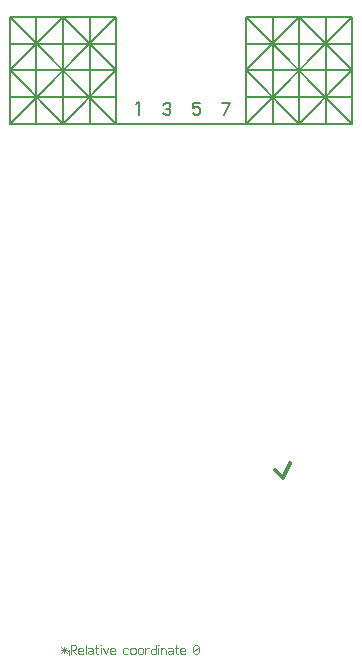
<source format=gto>
G04*
G04  File:            CL_INTERFACE_8PIN_ADAPTER_(PCAD2006).GTO, Thu Oct 24 18:45:35 2019*
G04  Source:          P-CAD 2006 PCB, Version 19.02.958, (D:\retrocomputing\CL-interface\git\usb-current-loop-converter\pcb\cl_interface_8pin_adapter_(pcad2006).pcb)*
G04  Format:          Gerber Format (RS-274-D), ASCII*
G04*
G04  Format Options:  Absolute Positioning*
G04                   Leading-Zero Suppression*
G04                   Scale Factor 1:1*
G04                   NO Circular Interpolation*
G04                   Millimeter Units*
G04                   Numeric Format: 5.3 (XXXXX.XXX)*
G04                   G54 NOT Used for Aperture Change*
G04                   Apertures Embedded*
G04*
G04  File Options:    Offset = (0.000mm,0.000mm)*
G04                   Drill Symbol Size = 2.032mm*
G04                   No Pad/Via Holes*
G04*
G04  File Contents:   No Pads*
G04                   No Vias*
G04                   No Designators*
G04                   No Types*
G04                   No Values*
G04                   No Drill Symbols*
G04                   Top Silk*
G04*
%INCL_INTERFACE_8PIN_ADAPTER_(PCAD2006).GTO*%
%ICAS*%
%MOMM*%
G04*
G04  Aperture MACROs for general use --- invoked via D-code assignment *
G04*
G04  General MACRO for flashed round with rotation and/or offset hole *
%AMROTOFFROUND*
1,1,$1,0.0000,0.0000*
1,0,$2,$3,$4*%
G04*
G04  General MACRO for flashed oval (obround) with rotation and/or offset hole *
%AMROTOFFOVAL*
21,1,$1,$2,0.0000,0.0000,$3*
1,1,$4,$5,$6*
1,1,$4,0-$5,0-$6*
1,0,$7,$8,$9*%
G04*
G04  General MACRO for flashed oval (obround) with rotation and no hole *
%AMROTOVALNOHOLE*
21,1,$1,$2,0.0000,0.0000,$3*
1,1,$4,$5,$6*
1,1,$4,0-$5,0-$6*%
G04*
G04  General MACRO for flashed rectangle with rotation and/or offset hole *
%AMROTOFFRECT*
21,1,$1,$2,0.0000,0.0000,$3*
1,0,$4,$5,$6*%
G04*
G04  General MACRO for flashed rectangle with rotation and no hole *
%AMROTRECTNOHOLE*
21,1,$1,$2,0.0000,0.0000,$3*%
G04*
G04  General MACRO for flashed rounded-rectangle *
%AMROUNDRECT*
21,1,$1,$2-$4,0.0000,0.0000,$3*
21,1,$1-$4,$2,0.0000,0.0000,$3*
1,1,$4,$5,$6*
1,1,$4,$7,$8*
1,1,$4,0-$5,0-$6*
1,1,$4,0-$7,0-$8*
1,0,$9,$10,$11*%
G04*
G04  General MACRO for flashed rounded-rectangle with rotation and no hole *
%AMROUNDRECTNOHOLE*
21,1,$1,$2-$4,0.0000,0.0000,$3*
21,1,$1-$4,$2,0.0000,0.0000,$3*
1,1,$4,$5,$6*
1,1,$4,$7,$8*
1,1,$4,0-$5,0-$6*
1,1,$4,0-$7,0-$8*%
G04*
G04  General MACRO for flashed regular polygon *
%AMREGPOLY*
5,1,$1,0.0000,0.0000,$2,$3+$4*
1,0,$5,$6,$7*%
G04*
G04  General MACRO for flashed regular polygon with no hole *
%AMREGPOLYNOHOLE*
5,1,$1,0.0000,0.0000,$2,$3+$4*%
G04*
G04  General MACRO for target *
%AMTARGET*
6,0,0,$1,$2,$3,4,$4,$5,$6*%
G04*
G04  General MACRO for mounting hole *
%AMMTHOLE*
1,1,$1,0,0*
1,0,$2,0,0*
$1=$1-$2*
$1=$1/2*
21,1,$2+$1,$3,0,0,$4*
21,1,$3,$2+$1,0,0,$4*%
G04*
G04*
G04  D10 : "Ellipse X0.254mm Y0.254mm H0.000mm 0.0deg (0.000mm,0.000mm) Draw"*
G04  Disc: OuterDia=0.2540*
%ADD10C, 0.2540*%
G04  D11 : "Ellipse X0.300mm Y0.300mm H0.000mm 0.0deg (0.000mm,0.000mm) Draw"*
G04  Disc: OuterDia=0.3000*
%ADD11C, 0.3000*%
G04  D12 : "Ellipse X0.400mm Y0.400mm H0.000mm 0.0deg (0.000mm,0.000mm) Draw"*
G04  Disc: OuterDia=0.4000*
%ADD12C, 0.4000*%
G04  D13 : "Ellipse X0.500mm Y0.500mm H0.000mm 0.0deg (0.000mm,0.000mm) Draw"*
G04  Disc: OuterDia=0.5000*
%ADD13C, 0.5000*%
G04  D14 : "Ellipse X0.050mm Y0.050mm H0.000mm 0.0deg (0.000mm,0.000mm) Draw"*
G04  Disc: OuterDia=0.0500*
%ADD14C, 0.0500*%
G04  D15 : "Ellipse X0.100mm Y0.100mm H0.000mm 0.0deg (0.000mm,0.000mm) Draw"*
G04  Disc: OuterDia=0.1000*
%ADD15C, 0.1000*%
G04  D16 : "Ellipse X0.800mm Y0.800mm H0.000mm 0.0deg (0.000mm,0.000mm) Draw"*
G04  Disc: OuterDia=0.8000*
%ADD16C, 0.8000*%
G04  D17 : "Ellipse X1.000mm Y1.000mm H0.000mm 0.0deg (0.000mm,0.000mm) Draw"*
G04  Disc: OuterDia=1.0000*
%ADD17C, 1.0000*%
G04  D18 : "Ellipse X0.130mm Y0.130mm H0.000mm 0.0deg (0.000mm,0.000mm) Draw"*
G04  Disc: OuterDia=0.1300*
%ADD18C, 0.1300*%
G04  D19 : "Ellipse X0.167mm Y0.167mm H0.000mm 0.0deg (0.000mm,0.000mm) Draw"*
G04  Disc: OuterDia=0.1670*
%ADD19C, 0.1670*%
G04  D20 : "Ellipse X0.170mm Y0.170mm H0.000mm 0.0deg (0.000mm,0.000mm) Draw"*
G04  Disc: OuterDia=0.1700*
%ADD20C, 0.1700*%
G04  D21 : "Ellipse X0.200mm Y0.200mm H0.000mm 0.0deg (0.000mm,0.000mm) Draw"*
G04  Disc: OuterDia=0.2000*
%ADD21C, 0.2000*%
G04  D22 : "Ellipse X0.250mm Y0.250mm H0.000mm 0.0deg (0.000mm,0.000mm) Draw"*
G04  Disc: OuterDia=0.2500*
%ADD22C, 0.2500*%
G04  D23 : "Ellipse X2.881mm Y2.881mm H0.000mm 0.0deg (0.000mm,0.000mm) Flash"*
G04  Disc: OuterDia=2.8810*
%ADD23C, 2.8810*%
G04  D24 : "Ellipse X0.800mm Y0.800mm H0.000mm 0.0deg (0.000mm,0.000mm) Flash"*
G04  Disc: OuterDia=0.8000*
%ADD24C, 0.8000*%
G04  D25 : "Ellipse X1.000mm Y1.000mm H0.000mm 0.0deg (0.000mm,0.000mm) Flash"*
G04  Disc: OuterDia=1.0000*
%ADD25C, 1.0000*%
G04  D26 : "Ellipse X1.500mm Y1.500mm H0.000mm 0.0deg (0.000mm,0.000mm) Flash"*
G04  Disc: OuterDia=1.5000*
%ADD26C, 1.5000*%
G04  D27 : "Ellipse X1.800mm Y1.800mm H0.000mm 0.0deg (0.000mm,0.000mm) Flash"*
G04  Disc: OuterDia=1.8000*
%ADD27C, 1.8000*%
G04  D28 : "Ellipse X1.881mm Y1.881mm H0.000mm 0.0deg (0.000mm,0.000mm) Flash"*
G04  Disc: OuterDia=1.8810*
%ADD28C, 1.8810*%
G04  D29 : "Ellipse X2.181mm Y2.181mm H0.000mm 0.0deg (0.000mm,0.000mm) Flash"*
G04  Disc: OuterDia=2.1810*
%ADD29C, 2.1810*%
G04  D30 : "Mounting Hole X2.500mm Y2.500mm H0.000mm 0.0deg (0.000mm,0.000mm) Flash"*
G04  Mounting Hole: Diameter=2.5000, Rotation=0.0, LineWidth=0.1270 *
%ADD30MTHOLE, 2.5000 X1.9920 X0.1270 X0.0*%
G04  D31 : "Rounded Rectangle X1.500mm Y8.500mm H0.000mm 0.0deg (0.000mm,0.000mm) Flash"*
G04  RoundRct: DimX=1.5000, DimY=8.5000, CornerRad=0.3750, Rotation=0.0, OffsetX=0.0000, OffsetY=0.0000, HoleDia=0.0000 *
%ADD31ROUNDRECTNOHOLE, 1.5000 X8.5000 X0.0 X0.7500 X-0.3750 X-3.8750 X-0.3750 X3.8750*%
G04  D32 : "Rounded Rectangle X1.881mm Y8.881mm H0.000mm 0.0deg (0.000mm,0.000mm) Flash"*
G04  RoundRct: DimX=1.8810, DimY=8.8810, CornerRad=0.4703, Rotation=0.0, OffsetX=0.0000, OffsetY=0.0000, HoleDia=0.0000 *
%ADD32ROUNDRECTNOHOLE, 1.8810 X8.8810 X0.0 X0.9405 X-0.4703 X-3.9703 X-0.4703 X3.9703*%
G04  D33 : "Rounded Rectangle X1.500mm Y1.500mm H0.000mm 0.0deg (0.000mm,0.000mm) Flash"*
G04  RoundRct: DimX=1.5000, DimY=1.5000, CornerRad=0.3750, Rotation=0.0, OffsetX=0.0000, OffsetY=0.0000, HoleDia=0.0000 *
%ADD33ROUNDRECTNOHOLE, 1.5000 X1.5000 X0.0 X0.7500 X-0.3750 X-0.3750 X-0.3750 X0.3750*%
G04  D34 : "Rounded Rectangle X1.800mm Y1.800mm H0.000mm 0.0deg (0.000mm,0.000mm) Flash"*
G04  RoundRct: DimX=1.8000, DimY=1.8000, CornerRad=0.4500, Rotation=0.0, OffsetX=0.0000, OffsetY=0.0000, HoleDia=0.0000 *
%ADD34ROUNDRECTNOHOLE, 1.8000 X1.8000 X0.0 X0.9000 X-0.4500 X-0.4500 X-0.4500 X0.4500*%
G04  D35 : "Rounded Rectangle X1.881mm Y1.881mm H0.000mm 0.0deg (0.000mm,0.000mm) Flash"*
G04  RoundRct: DimX=1.8810, DimY=1.8810, CornerRad=0.4703, Rotation=0.0, OffsetX=0.0000, OffsetY=0.0000, HoleDia=0.0000 *
%ADD35ROUNDRECTNOHOLE, 1.8810 X1.8810 X0.0 X0.9405 X-0.4703 X-0.4703 X-0.4703 X0.4703*%
G04  D36 : "Rounded Rectangle X2.181mm Y2.181mm H0.000mm 0.0deg (0.000mm,0.000mm) Flash"*
G04  RoundRct: DimX=2.1810, DimY=2.1810, CornerRad=0.5453, Rotation=0.0, OffsetX=0.0000, OffsetY=0.0000, HoleDia=0.0000 *
%ADD36ROUNDRECTNOHOLE, 2.1810 X2.1810 X0.0 X1.0905 X-0.5453 X-0.5453 X-0.5453 X0.5453*%
G04  D37 : "Ellipse X0.500mm Y0.500mm H0.000mm 0.0deg (0.000mm,0.000mm) Flash"*
G04  Disc: OuterDia=0.5000*
%ADD37C, 0.5000*%
G04*
%FSLAX53Y53*%
%SFA1B1*%
%OFA0.000B0.000*%
G04*
G71*
G90*
G01*
D2*
%LNTop Silk*%
D14*
X104900Y169621*
X104980Y169701D1*
Y169279*
D2*
D15*
X104340Y169675*
X104840D1*
X104590Y169925D2*
Y169425D1*
X104340Y169925D2*
X104840Y169425D1*
X104340D2*
X104840Y169925D1*
D2*
D21*
X100000Y218750*
X104500Y214250D1*
D2*
D18*
X113003Y215816*
X113200Y216013D1*
X113447*
X113595Y215865*
Y215618*
X113496Y215520*
X113250*
X113496D2*
X113595Y215421D1*
Y215125*
X113447Y214977*
X113200*
X113003Y215174*
X110697Y215885D2*
X110906Y216094D1*
Y214997*
X116069Y216008D2*
X115528D1*
Y215566*
X115725Y215664*
X115922*
X116118Y215467*
Y215172*
X115922Y214976*
X115676*
X115479Y215172*
X118151Y214975D2*
X118642Y216004D1*
X117955*
D2*
D11*
X123122Y184250*
X123757Y185520D1*
X122487Y184885D2*
X123122Y184250D1*
D2*
D21*
X124500Y214250*
X129000Y218750D1*
X100000D2*
X104500Y223250D1*
X124500D2*
X129000Y218750D1*
X100000Y214250D2*
Y223250D1*
X104500Y214250D2*
Y223250D1*
X102250Y214250D2*
Y223250D1*
X109000Y214250D2*
Y223250D1*
X120000Y214250D2*
Y223250D1*
X129000Y214250D2*
Y223250D1*
X126750Y214250D2*
Y223250D1*
X124500Y214250D2*
Y223250D1*
X122250Y214250D2*
Y223250D1*
D2*
D15*
X105197Y169353*
Y170103D1*
X105518*
X105625Y169996*
Y169817*
X105518Y169710*
X105197*
X105268D2*
X105625Y169353D1*
X106232Y169425D2*
X106161Y169353D1*
X105911*
X105804Y169460*
Y169746*
X105911Y169853*
X106125*
X106232Y169746*
Y169639*
X106197Y169603*
X105804*
X106411Y170103D2*
Y169353D1*
X106625Y169853D2*
X106911D1*
X107018Y169746*
Y169353*
Y169496D2*
X106875Y169353D1*
X106697*
X106589Y169460*
Y169496*
X106697Y169603*
X106947*
X107018Y169532*
X107304Y170103D2*
Y169460D1*
X107411Y169353*
X107482*
X107197Y169853D2*
X107447D1*
X107661Y170139D2*
Y170067D1*
X107732*
Y170139*
X107661*
X107697Y169853D2*
Y169353D1*
X107911Y169853D2*
X108125Y169353D1*
X108339Y169853*
X108947Y169425D2*
X108875Y169353D1*
X108625*
X108518Y169460*
Y169746*
X108625Y169853*
X108839*
X108947Y169746*
Y169639*
X108911Y169603*
X108518*
X110018Y169746D2*
X109911Y169853D1*
X109697*
X109589Y169746*
Y169460*
X109697Y169353*
X109911*
X110018Y169460*
X110304Y169853D2*
X110197Y169746D1*
Y169460*
X110304Y169353*
X110554*
X110661Y169460*
Y169746*
X110554Y169853*
X110304*
X110947D2*
X110839Y169746D1*
Y169460*
X110947Y169353*
X111197*
X111304Y169460*
Y169746*
X111197Y169853*
X110947*
X111482D2*
Y169353D1*
Y169675D2*
X111625Y169817D1*
X111768*
X112375Y170103D2*
Y169353D1*
X112054*
X111947Y169460*
Y169639*
X112054Y169746*
X112375*
X112554Y170139D2*
Y170067D1*
X112625*
Y170139*
X112554*
X112589Y169853D2*
Y169353D1*
X112804Y169853D2*
Y169353D1*
Y169710D2*
X112911Y169817D1*
X113089*
X113197Y169710*
Y169353*
X113411Y169853D2*
X113697D1*
X113804Y169746*
Y169353*
Y169496D2*
X113661Y169353D1*
X113482*
X113375Y169460*
Y169496*
X113482Y169603*
X113732*
X113804Y169532*
X114089Y170103D2*
Y169460D1*
X114197Y169353*
X114268*
X113982Y169853D2*
X114232D1*
X114875Y169425D2*
X114804Y169353D1*
X114554*
X114447Y169460*
Y169746*
X114554Y169853*
X114768*
X114875Y169746*
Y169639*
X114840Y169603*
X114447*
X115518Y169567D2*
Y169960D1*
X115661Y170103*
X115875*
X116018Y169960*
Y169496*
X115875Y169353*
X115661*
X115518Y169496*
Y169567*
Y169496D2*
X116018Y169960D1*
D2*
D21*
X120000Y214250*
X100000D1*
X120000Y218750D2*
X124500Y214250D1*
X104500D2*
X109000Y218750D1*
X100000Y216500D2*
X109000D1*
X100000Y218750D2*
X109000D1*
X100000Y223250D2*
X109000D1*
X120000Y218750D2*
X124500Y223250D1*
X104500D2*
X109000Y218750D1*
X100000Y221000D2*
X109000D1*
X106750Y214250D2*
Y223250D1*
X100000D2*
X109000Y214250D1*
X100000D2*
X109000Y223250D1*
X129000Y214250D2*
X120000D1*
Y216500D2*
X129000D1*
X120000Y218750D2*
X129000D1*
X120000Y223250D2*
X129000D1*
X120000Y221000D2*
X129000D1*
X120000Y223250D2*
X129000Y214250D1*
X120000D2*
X129000Y223250D1*
D02M02*

</source>
